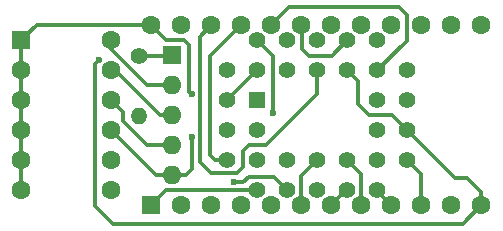
<source format=gbr>
G04 #@! TF.GenerationSoftware,KiCad,Pcbnew,9.0.0*
G04 #@! TF.CreationDate,2025-06-03T17:41:34-04:00*
G04 #@! TF.ProjectId,CBM2-MultiROM,43424d32-2d4d-4756-9c74-69524f4d2e6b,rev?*
G04 #@! TF.SameCoordinates,Original*
G04 #@! TF.FileFunction,Copper,L1,Top*
G04 #@! TF.FilePolarity,Positive*
%FSLAX46Y46*%
G04 Gerber Fmt 4.6, Leading zero omitted, Abs format (unit mm)*
G04 Created by KiCad (PCBNEW 9.0.0) date 2025-06-03 17:41:34*
%MOMM*%
%LPD*%
G01*
G04 APERTURE LIST*
G04 Aperture macros list*
%AMRoundRect*
0 Rectangle with rounded corners*
0 $1 Rounding radius*
0 $2 $3 $4 $5 $6 $7 $8 $9 X,Y pos of 4 corners*
0 Add a 4 corners polygon primitive as box body*
4,1,4,$2,$3,$4,$5,$6,$7,$8,$9,$2,$3,0*
0 Add four circle primitives for the rounded corners*
1,1,$1+$1,$2,$3*
1,1,$1+$1,$4,$5*
1,1,$1+$1,$6,$7*
1,1,$1+$1,$8,$9*
0 Add four rect primitives between the rounded corners*
20,1,$1+$1,$2,$3,$4,$5,0*
20,1,$1+$1,$4,$5,$6,$7,0*
20,1,$1+$1,$6,$7,$8,$9,0*
20,1,$1+$1,$8,$9,$2,$3,0*%
G04 Aperture macros list end*
G04 #@! TA.AperFunction,ComponentPad*
%ADD10RoundRect,0.250000X-0.550000X-0.550000X0.550000X-0.550000X0.550000X0.550000X-0.550000X0.550000X0*%
G04 #@! TD*
G04 #@! TA.AperFunction,ComponentPad*
%ADD11C,1.600000*%
G04 #@! TD*
G04 #@! TA.AperFunction,ComponentPad*
%ADD12RoundRect,0.250000X0.550000X-0.550000X0.550000X0.550000X-0.550000X0.550000X-0.550000X-0.550000X0*%
G04 #@! TD*
G04 #@! TA.AperFunction,ComponentPad*
%ADD13R,1.600000X1.600000*%
G04 #@! TD*
G04 #@! TA.AperFunction,ComponentPad*
%ADD14O,1.600000X1.600000*%
G04 #@! TD*
G04 #@! TA.AperFunction,ComponentPad*
%ADD15C,1.400000*%
G04 #@! TD*
G04 #@! TA.AperFunction,ComponentPad*
%ADD16O,1.400000X1.400000*%
G04 #@! TD*
G04 #@! TA.AperFunction,ComponentPad*
%ADD17R,1.422400X1.422400*%
G04 #@! TD*
G04 #@! TA.AperFunction,ComponentPad*
%ADD18C,1.422400*%
G04 #@! TD*
G04 #@! TA.AperFunction,ViaPad*
%ADD19C,0.600000*%
G04 #@! TD*
G04 #@! TA.AperFunction,Conductor*
%ADD20C,0.300000*%
G04 #@! TD*
G04 APERTURE END LIST*
D10*
X103581200Y-81229200D03*
D11*
X103581200Y-83769200D03*
X103581200Y-86309199D03*
X103581200Y-88849200D03*
X103581200Y-91389200D03*
X103581200Y-93929200D03*
X111201200Y-93929200D03*
X111201200Y-91389200D03*
X111201200Y-88849200D03*
X111201200Y-86309200D03*
X111201200Y-83769200D03*
X111201200Y-81229200D03*
D12*
X114585750Y-95192850D03*
D11*
X117125750Y-95192850D03*
X119665750Y-95192850D03*
X122205750Y-95192850D03*
X124745750Y-95192850D03*
X127285750Y-95192850D03*
X129825750Y-95192850D03*
X132365750Y-95192850D03*
X134905750Y-95192850D03*
X137445750Y-95192850D03*
X139985750Y-95192850D03*
X142525750Y-95192850D03*
X142525750Y-79952850D03*
X139985750Y-79952850D03*
X137445750Y-79952850D03*
X134905750Y-79952850D03*
X132365750Y-79952850D03*
X129825750Y-79952850D03*
X127285750Y-79952850D03*
X124745750Y-79952850D03*
X122205750Y-79952850D03*
X119665750Y-79952850D03*
X117125750Y-79952850D03*
X114585750Y-79952850D03*
D13*
X116306600Y-82448400D03*
D14*
X116306600Y-84988400D03*
X116306600Y-87528400D03*
X116306600Y-90068400D03*
X116306600Y-92608400D03*
D15*
X113563400Y-82575401D03*
D16*
X113563400Y-87655400D03*
D17*
X123545599Y-86309200D03*
D18*
X121005599Y-88849200D03*
X123545599Y-88849200D03*
X121005599Y-91389200D03*
X123545599Y-93929200D03*
X123545599Y-91389199D03*
X126085599Y-93929200D03*
X126085599Y-91389200D03*
X128625599Y-93929200D03*
X128625599Y-91389200D03*
X131165599Y-93929200D03*
X131165599Y-91389200D03*
X133705599Y-93929200D03*
X136245600Y-91389200D03*
X133705598Y-91389200D03*
X136245599Y-88849200D03*
X133705599Y-88849200D03*
X136245599Y-86309200D03*
X133705599Y-86309200D03*
X136245599Y-83769200D03*
X133705598Y-81229200D03*
X133705599Y-83769200D03*
X131165599Y-81229200D03*
X131165599Y-83769200D03*
X128625599Y-81229200D03*
X128625599Y-83769200D03*
X126085599Y-81229200D03*
X126085599Y-83769200D03*
X123545599Y-81229201D03*
X121005599Y-83769200D03*
X123545599Y-83769200D03*
X121005599Y-86309200D03*
D19*
X118034800Y-85826600D03*
X110109000Y-82931000D03*
X121561323Y-93279110D03*
X118033800Y-89418400D03*
X124866400Y-87376000D03*
D20*
X142525750Y-94113350D02*
X142525750Y-95192850D01*
X140258799Y-92862400D02*
X141274800Y-92862400D01*
X141274800Y-92862400D02*
X142525750Y-94113350D01*
X136245599Y-88849200D02*
X140258799Y-92862400D01*
X128625599Y-85801201D02*
X128625599Y-83769200D01*
X124282200Y-90144600D02*
X128625599Y-85801201D01*
X122809000Y-90144600D02*
X124282200Y-90144600D01*
X122326400Y-91973400D02*
X122326400Y-90627200D01*
X121848400Y-92451400D02*
X122326400Y-91973400D01*
X119604000Y-92451400D02*
X121848400Y-92451400D01*
X118684800Y-80933800D02*
X118684800Y-91532200D01*
X118684800Y-91532200D02*
X119604000Y-92451400D01*
X119665750Y-79952850D02*
X118684800Y-80933800D01*
X122326400Y-90627200D02*
X122809000Y-90144600D01*
X124942599Y-92786200D02*
X126085599Y-93929200D01*
X122316090Y-93279110D02*
X122809000Y-92786200D01*
X121561323Y-93279110D02*
X122316090Y-93279110D01*
X122809000Y-92786200D02*
X124942599Y-92786200D01*
X124866400Y-82550002D02*
X123545599Y-81229201D01*
X124866400Y-87376000D02*
X124866400Y-82550002D01*
X140944600Y-96774000D02*
X142525750Y-95192850D01*
X109829600Y-95275400D02*
X111328200Y-96774000D01*
X110109000Y-82931000D02*
X109829600Y-83210400D01*
X111328200Y-96774000D02*
X140944600Y-96774000D01*
X109829600Y-83210400D02*
X109829600Y-95275400D01*
X111531400Y-83769200D02*
X111201200Y-83769200D01*
X115290600Y-87528400D02*
X111531400Y-83769200D01*
X116306600Y-87528400D02*
X115290600Y-87528400D01*
X114223800Y-84988400D02*
X111201200Y-81965800D01*
X111201200Y-81965800D02*
X111201200Y-81229200D01*
X116306600Y-84988400D02*
X114223800Y-84988400D01*
X117551200Y-92608400D02*
X116306600Y-92608400D01*
X118033800Y-92125800D02*
X117551200Y-92608400D01*
X118033800Y-89418400D02*
X118033800Y-92125800D01*
X115811300Y-81178400D02*
X114585750Y-79952850D01*
X117338600Y-81178400D02*
X115811300Y-81178400D01*
X117805200Y-81645000D02*
X117338600Y-81178400D01*
X117805200Y-85597000D02*
X117805200Y-81645000D01*
X118034800Y-85826600D02*
X117805200Y-85597000D01*
X135509000Y-78435200D02*
X136194800Y-79121000D01*
X126263400Y-78435200D02*
X135509000Y-78435200D01*
X124745750Y-79952850D02*
X126263400Y-78435200D01*
X136194800Y-79121000D02*
X136194800Y-81279999D01*
X136194800Y-81279999D02*
X133705599Y-83769200D01*
X103581200Y-83769200D02*
X103581200Y-86309199D01*
X103581200Y-81229200D02*
X103581200Y-83769200D01*
X103581200Y-86309199D02*
X103581200Y-88849200D01*
X103581200Y-91389200D02*
X103581200Y-93929200D01*
X123545599Y-83769200D02*
X121005599Y-86309200D01*
X114585750Y-79952850D02*
X104857550Y-79952850D01*
X103581200Y-88849200D02*
X103581200Y-91389200D01*
X104857550Y-79952850D02*
X103581200Y-81229200D01*
X119989600Y-91414600D02*
X120015000Y-91389200D01*
X120015000Y-91389200D02*
X121005599Y-91389200D01*
X119583200Y-88341200D02*
X119564800Y-88359600D01*
X122205750Y-79952850D02*
X119583200Y-82575400D01*
X119583200Y-82575400D02*
X119583200Y-88341200D01*
X119564800Y-90989800D02*
X119989600Y-91414600D01*
X119564800Y-88359600D02*
X119564800Y-90989800D01*
X113563400Y-82575401D02*
X116179599Y-82575401D01*
X132105400Y-84709001D02*
X132105400Y-86664800D01*
X132105400Y-86664800D02*
X132969000Y-87528400D01*
X116179599Y-82575401D02*
X116306600Y-82448400D01*
X131165599Y-83769200D02*
X132105400Y-84709001D01*
X132969000Y-87528400D02*
X134924799Y-87528400D01*
X134924799Y-87528400D02*
X136245599Y-88849200D01*
X123545599Y-93929200D02*
X115849400Y-93929200D01*
X115849400Y-93929200D02*
X114585750Y-95192850D01*
X128625599Y-91389200D02*
X127285750Y-92729049D01*
X127285750Y-92729049D02*
X127285750Y-95192850D01*
X131089400Y-93929200D02*
X129825750Y-95192850D01*
X131165599Y-93929200D02*
X131089400Y-93929200D01*
X129844799Y-82550000D02*
X131165599Y-81229200D01*
X127330200Y-79997300D02*
X127330200Y-81965800D01*
X127914400Y-82550000D02*
X129844799Y-82550000D01*
X127285750Y-79952850D02*
X127330200Y-79997300D01*
X127330200Y-81965800D02*
X127914400Y-82550000D01*
X131165599Y-91389200D02*
X132365750Y-92589351D01*
X132365750Y-92589351D02*
X132365750Y-95192850D01*
X133705599Y-93929200D02*
X133705599Y-93992699D01*
X133705599Y-93992699D02*
X134905750Y-95192850D01*
X136245600Y-91389200D02*
X137445750Y-92589350D01*
X137445750Y-92589350D02*
X137445750Y-95192850D01*
X114960400Y-92608400D02*
X111201200Y-88849200D01*
X116306600Y-92608400D02*
X114960400Y-92608400D01*
X112191800Y-87299800D02*
X111201200Y-86309200D01*
X112191800Y-88061800D02*
X112191800Y-87299800D01*
X116306600Y-90068400D02*
X114198400Y-90068400D01*
X114198400Y-90068400D02*
X112191800Y-88061800D01*
M02*

</source>
